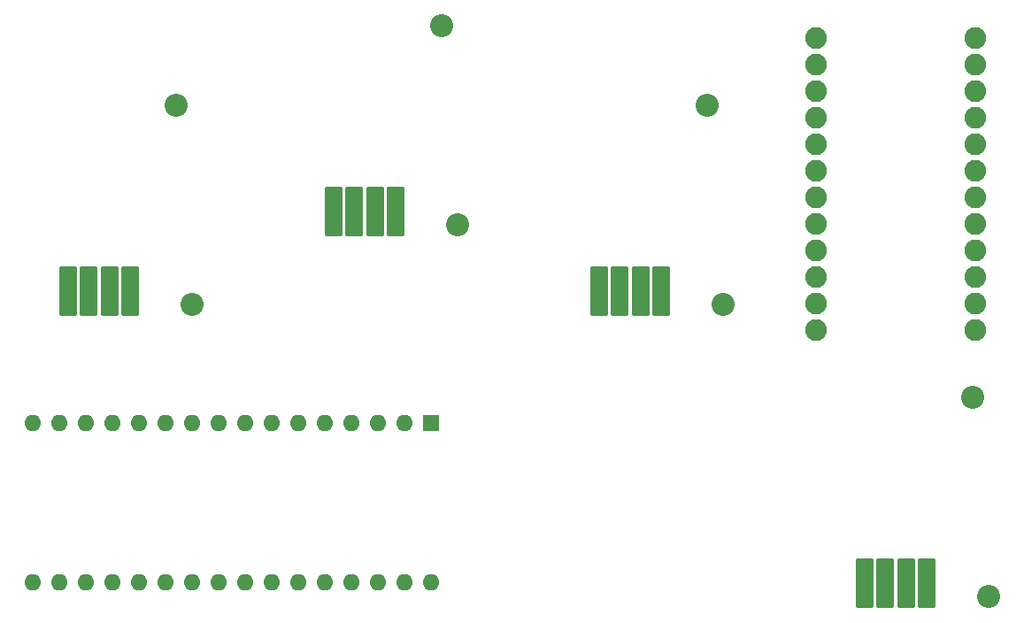
<source format=gts>
G04 #@! TF.GenerationSoftware,KiCad,Pcbnew,(6.0.4)*
G04 #@! TF.CreationDate,2022-04-03T16:10:21-07:00*
G04 #@! TF.ProjectId,tokiponaboard,746f6b69-706f-46e6-9162-6f6172642e6b,rev?*
G04 #@! TF.SameCoordinates,Original*
G04 #@! TF.FileFunction,Soldermask,Top*
G04 #@! TF.FilePolarity,Negative*
%FSLAX46Y46*%
G04 Gerber Fmt 4.6, Leading zero omitted, Abs format (unit mm)*
G04 Created by KiCad (PCBNEW (6.0.4)) date 2022-04-03 16:10:21*
%MOMM*%
%LPD*%
G01*
G04 APERTURE LIST*
G04 Aperture macros list*
%AMRoundRect*
0 Rectangle with rounded corners*
0 $1 Rounding radius*
0 $2 $3 $4 $5 $6 $7 $8 $9 X,Y pos of 4 corners*
0 Add a 4 corners polygon primitive as box body*
4,1,4,$2,$3,$4,$5,$6,$7,$8,$9,$2,$3,0*
0 Add four circle primitives for the rounded corners*
1,1,$1+$1,$2,$3*
1,1,$1+$1,$4,$5*
1,1,$1+$1,$6,$7*
1,1,$1+$1,$8,$9*
0 Add four rect primitives between the rounded corners*
20,1,$1+$1,$2,$3,$4,$5,0*
20,1,$1+$1,$4,$5,$6,$7,0*
20,1,$1+$1,$6,$7,$8,$9,0*
20,1,$1+$1,$8,$9,$2,$3,0*%
G04 Aperture macros list end*
%ADD10C,2.082800*%
%ADD11R,1.600000X1.600000*%
%ADD12O,1.600000X1.600000*%
%ADD13C,2.202180*%
%ADD14RoundRect,0.101600X-0.749300X2.249170X-0.749300X-2.249170X0.749300X-2.249170X0.749300X2.249170X0*%
G04 APERTURE END LIST*
D10*
X104140000Y-29210000D03*
X104140000Y-31750000D03*
X104140000Y-34290000D03*
X104140000Y-36830000D03*
X104140000Y-39370000D03*
X104140000Y-41910000D03*
X104140000Y-44450000D03*
X104140000Y-46990000D03*
X104140000Y-49530000D03*
X104140000Y-52070000D03*
X104140000Y-54610000D03*
X104140000Y-57150000D03*
X119380000Y-57150000D03*
X119380000Y-54610000D03*
X119380000Y-52070000D03*
X119380000Y-49530000D03*
X119380000Y-46990000D03*
X119380000Y-44450000D03*
X119380000Y-41910000D03*
X119380000Y-39370000D03*
X119380000Y-36830000D03*
X119380000Y-34290000D03*
X119380000Y-31750000D03*
X119380000Y-29210000D03*
D11*
X67310000Y-66034996D03*
D12*
X64770000Y-66034996D03*
X62230000Y-66034996D03*
X59690000Y-66034996D03*
X57150000Y-66034996D03*
X54610000Y-66034996D03*
X52070000Y-66034996D03*
X49530000Y-66034996D03*
X46990000Y-66034996D03*
X44450000Y-66034996D03*
X41910000Y-66034996D03*
X39370000Y-66034996D03*
X36830000Y-66034996D03*
X34290000Y-66034996D03*
X31750000Y-66034996D03*
X29210000Y-66034996D03*
X29210000Y-81274996D03*
X31750000Y-81274996D03*
X34290000Y-81274996D03*
X36830000Y-81274996D03*
X39370000Y-81274996D03*
X41910000Y-81274996D03*
X44450000Y-81274996D03*
X46990000Y-81274996D03*
X49530000Y-81274996D03*
X52070000Y-81274996D03*
X54610000Y-81274996D03*
X57150000Y-81274996D03*
X59690000Y-81274996D03*
X62230000Y-81274996D03*
X64770000Y-81274996D03*
X67310000Y-81274996D03*
D13*
X95250000Y-54703980D03*
X93733620Y-35661600D03*
D14*
X89359740Y-53469540D03*
X85361780Y-53469540D03*
X83360260Y-53469540D03*
X87358220Y-53469540D03*
D13*
X119133620Y-63601600D03*
X120650000Y-82643980D03*
D14*
X114759740Y-81409540D03*
X110761780Y-81409540D03*
X108760260Y-81409540D03*
X112758220Y-81409540D03*
D13*
X44450000Y-54703980D03*
X42933620Y-35661600D03*
D14*
X38559740Y-53469540D03*
X34561780Y-53469540D03*
X32560260Y-53469540D03*
X36558220Y-53469540D03*
D13*
X68333620Y-28041600D03*
X69850000Y-47083980D03*
D14*
X63959740Y-45849540D03*
X59961780Y-45849540D03*
X57960260Y-45849540D03*
X61958220Y-45849540D03*
M02*

</source>
